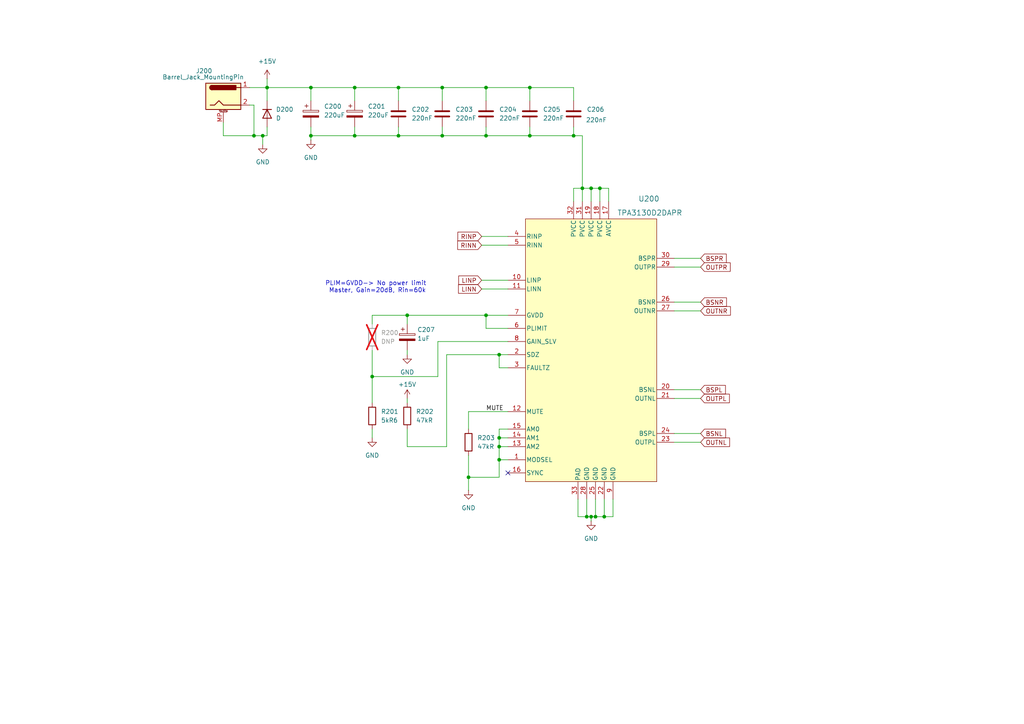
<source format=kicad_sch>
(kicad_sch (version 20231120) (generator "eeschema") (generator_version "8.0")
  (paper "A4")
  (lib_symbols
    (symbol "Connector:Barrel_Jack_MountingPin" (pin_names hide)
      (property "Reference" "J" (at 0 5.334 0))
      (property "Value" "Barrel_Jack_MountingPin" (at 1.27 -6.35 0))
      (symbol "Barrel_Jack_MountingPin_0_1"
        (rectangle (start -5.08 3.81) (end 5.08 -3.81) (stroke (width 0.254)) (fill (type background)))
        (arc (start -3.302 3.175) (mid -3.9343 2.54) (end -3.302 1.905) (stroke (width 0.254)))
        (arc (start -3.302 3.175) (mid -3.9343 2.54) (end -3.302 1.905) (stroke (width 0.254)) (fill (type outline)))
        (polyline (pts (xy 5.08 2.54) (xy 3.81 2.54)) (stroke (width 0.254)))
        (polyline (pts (xy -3.81 -2.54) (xy -2.54 -2.54) (xy -1.27 -1.27) (xy 0 -2.54) (xy 2.54 -2.54) (xy 5.08 -2.54)) (stroke (width 0.254)))
        (rectangle (start 3.683 3.175) (end -3.302 1.905) (stroke (width 0.254)) (fill (type outline)))
      )
      (symbol "Barrel_Jack_MountingPin_1_1"
        (polyline (pts (xy -1.016 -4.572) (xy 1.016 -4.572)) (stroke (width 0.1524)))
        (text "Mounting" (at 0 -4.191 0) (effects (font (size 0.381 0.381))))
        (pin passive line (at 7.62 2.54 180) (length 2.54) (name "~") (number "1"))
        (pin passive line (at 7.62 -2.54 180) (length 2.54) (name "~") (number "2"))
        (pin passive line (at 0 -7.62 90) (length 3.048) (name "MountPin") (number "MP"))
      )
    )
    (symbol "Device:C" (pin_numbers hide) (pin_names (offset 0.254))
      (property "Reference" "C" (at 0.635 2.54 0))
      (property "Value" "C" (at 0.635 -2.54 0))
      (symbol "C_0_1"
        (polyline (pts (xy -2.032 -0.762) (xy 2.032 -0.762)) (stroke (width 0.508)))
        (polyline (pts (xy -2.032 0.762) (xy 2.032 0.762)) (stroke (width 0.508)))
      )
      (symbol "C_1_1"
        (pin passive line (at 0 3.81 270) (length 2.794) (name "~") (number "1"))
        (pin passive line (at 0 -3.81 90) (length 2.794) (name "~") (number "2"))
      )
    )
    (symbol "Device:C_Polarized" (pin_numbers hide) (pin_names (offset 0.254))
      (property "Reference" "C" (at 0.635 2.54 0))
      (property "Value" "C_Polarized" (at 0.635 -2.54 0))
      (symbol "C_Polarized_0_1"
        (rectangle (start -2.286 0.508) (end 2.286 1.016))
        (polyline (pts (xy -1.778 2.286) (xy -0.762 2.286)))
        (polyline (pts (xy -1.27 2.794) (xy -1.27 1.778)))
        (rectangle (start 2.286 -0.508) (end -2.286 -1.016) (fill (type outline)))
      )
      (symbol "C_Polarized_1_1"
        (pin passive line (at 0 3.81 270) (length 2.794) (name "~") (number "1"))
        (pin passive line (at 0 -3.81 90) (length 2.794) (name "~") (number "2"))
      )
    )
    (symbol "Device:D" (pin_numbers hide) (pin_names (offset 1.016) hide)
      (property "Reference" "D" (at 0 2.54 0))
      (property "Value" "D" (at 0 -2.54 0))
      (symbol "D_0_1"
        (polyline (pts (xy -1.27 1.27) (xy -1.27 -1.27)) (stroke (width 0.254)))
        (polyline (pts (xy 1.27 0) (xy -1.27 0)))
        (polyline (pts (xy 1.27 1.27) (xy 1.27 -1.27) (xy -1.27 0) (xy 1.27 1.27)) (stroke (width 0.254)))
      )
      (symbol "D_1_1"
        (pin passive line (at -3.81 0 0) (length 2.54) (name "K") (number "1"))
        (pin passive line (at 3.81 0 180) (length 2.54) (name "A") (number "2"))
      )
    )
    (symbol "Device:R" (pin_numbers hide) (pin_names (offset 0))
      (property "Reference" "R" (at 2.032 0 90))
      (property "Value" "R" (at 0 0 90))
      (symbol "R_0_1"
        (rectangle (start -1.016 -2.54) (end 1.016 2.54) (stroke (width 0.254)))
      )
      (symbol "R_1_1"
        (pin passive line (at 0 3.81 270) (length 1.27) (name "~") (number "1"))
        (pin passive line (at 0 -3.81 90) (length 1.27) (name "~") (number "2"))
      )
    )
    (symbol "power:+15V" (power) (pin_numbers hide) (pin_names (offset 0) hide)
      (property "Value" "+15V" (at 0 3.556 0))
      (symbol "+15V_0_1"
        (polyline (pts (xy -0.762 1.27) (xy 0 2.54)))
        (polyline (pts (xy 0 0) (xy 0 2.54)))
        (polyline (pts (xy 0 2.54) (xy 0.762 1.27)))
      )
      (symbol "+15V_1_1"
        (pin power_in line (at 0 0 90) (length 0) (name "~") (number "1"))
      )
    )
    (symbol "power:GND" (power) (pin_numbers hide) (pin_names (offset 0) hide)
      (property "Value" "GND" (at 0 -3.81 0))
      (symbol "GND_0_1"
        (polyline (pts (xy 0 0) (xy 0 -1.27) (xy 1.27 -1.27) (xy 0 -2.54) (xy -1.27 -1.27) (xy 0 -1.27)))
      )
      (symbol "GND_1_1"
        (pin power_in line (at 0 0 270) (length 0) (name "~") (number "1"))
      )
    )
    (symbol "tpa3130d2_demoboard:TPA3130D2DAPR" (pin_names (offset 0.254))
      (property "Reference" "U" (at 17.78 40.894 0))
      (property "Value" "TPA3130D2DAPR" (at 1.016 -4.826 0))
      (symbol "TPA3130D2DAPR_0_1"
        (pin input line (at -24.13 -31.75 0) (length 5.08) (name "MODSEL") (number "1"))
        (pin input line (at -24.13 20.32 0) (length 5.08) (name "LINP") (number "10"))
        (pin input line (at -24.13 17.78 0) (length 5.08) (name "LINN") (number "11"))
        (pin input line (at -24.13 -17.78 0) (length 5.08) (name "MUTE") (number "12"))
        (pin input line (at -24.13 -27.94 0) (length 5.08) (name "AM2") (number "13"))
        (pin input line (at -24.13 -25.4 0) (length 5.08) (name "AM1") (number "14"))
        (pin input line (at -24.13 -22.86 0) (length 5.08) (name "AM0") (number "15"))
        (pin bidirectional line (at -24.13 -35.56 0) (length 5.08) (name "SYNC") (number "16"))
        (pin power_in line (at 5.08 43.18 270) (length 5.08) (name "AVCC") (number "17"))
        (pin power_in line (at 2.54 43.18 270) (length 5.08) (name "PVCC") (number "18"))
        (pin power_in line (at 0 43.18 270) (length 5.08) (name "PVCC") (number "19"))
        (pin input line (at -24.13 -1.27 0) (length 5.08) (name "SDZ") (number "2"))
        (pin unspecified line (at 24.13 -11.43 180) (length 5.08) (name "BSNL") (number "20"))
        (pin tri_state line (at 24.13 -13.97 180) (length 5.08) (name "OUTNL") (number "21"))
        (pin power_in line (at 3.81 -43.18 90) (length 5.08) (name "GND") (number "22"))
        (pin tri_state line (at 24.13 -26.67 180) (length 5.08) (name "OUTPL") (number "23"))
        (pin unspecified line (at 24.13 -24.13 180) (length 5.08) (name "BSPL") (number "24"))
        (pin power_in line (at 1.27 -43.18 90) (length 5.08) (name "GND") (number "25"))
        (pin unspecified line (at 24.13 13.97 180) (length 5.08) (name "BSNR") (number "26"))
        (pin tri_state line (at 24.13 11.43 180) (length 5.08) (name "OUTNR") (number "27"))
        (pin power_in line (at -1.27 -43.18 90) (length 5.08) (name "GND") (number "28"))
        (pin tri_state line (at 24.13 24.13 180) (length 5.08) (name "OUTPR") (number "29"))
        (pin open_collector line (at -24.13 -5.08 0) (length 5.08) (name "FAULTZ") (number "3"))
        (pin unspecified line (at 24.13 26.67 180) (length 5.08) (name "BSPR") (number "30"))
        (pin power_in line (at -2.54 43.18 270) (length 5.08) (name "PVCC") (number "31"))
        (pin power_in line (at -5.08 43.18 270) (length 5.08) (name "PVCC") (number "32"))
        (pin power_in line (at -3.81 -43.18 90) (length 5.08) (name "PAD") (number "33"))
        (pin input line (at -24.13 33.02 0) (length 5.08) (name "RINP") (number "4"))
        (pin input line (at -24.13 30.48 0) (length 5.08) (name "RINN") (number "5"))
        (pin input line (at -24.13 6.35 0) (length 5.08) (name "PLIMIT") (number "6"))
        (pin unspecified line (at -24.13 10.16 0) (length 5.08) (name "GVDD") (number "7"))
        (pin input line (at -24.13 2.54 0) (length 5.08) (name "GAIN_SLV") (number "8"))
        (pin power_in line (at 6.35 -43.18 90) (length 5.08) (name "GND") (number "9"))
      )
      (symbol "TPA3130D2DAPR_1_1"
        (rectangle (start -19.05 38.1) (end 19.05 -38.1) (fill (type background)))
      )
    )
  )
  (junction (at 73.66 39.37))
  (junction (at 153.67 25.4))
  (junction (at 168.91 54.61))
  (junction (at 140.97 39.37))
  (junction (at 144.78 129.54))
  (junction (at 171.45 54.61))
  (junction (at 118.11 91.44))
  (junction (at 173.99 54.61))
  (junction (at 77.47 25.4))
  (junction (at 140.97 25.4))
  (junction (at 102.87 39.37))
  (junction (at 140.97 91.44))
  (junction (at 144.78 133.35))
  (junction (at 115.57 25.4))
  (junction (at 172.72 149.86))
  (junction (at 135.89 138.43))
  (junction (at 90.17 39.37))
  (junction (at 90.17 25.4))
  (junction (at 144.78 102.87))
  (junction (at 128.27 39.37))
  (junction (at 166.37 39.37))
  (junction (at 144.78 127))
  (junction (at 170.18 149.86))
  (junction (at 102.87 25.4))
  (junction (at 76.2 39.37))
  (junction (at 171.45 149.86))
  (junction (at 115.57 39.37))
  (junction (at 107.95 109.22))
  (junction (at 128.27 25.4))
  (junction (at 153.67 39.37))
  (junction (at 175.26 149.86))
  (no_connect (at 147.32 137.16))
  (wire (pts (xy 175.26 149.86) (xy 172.72 149.86)))
  (wire (pts (xy 147.32 95.25) (xy 140.97 95.25)))
  (wire (pts (xy 172.72 149.86) (xy 171.45 149.86)))
  (wire (pts (xy 167.64 149.86) (xy 170.18 149.86)))
  (wire (pts (xy 107.95 101.6) (xy 107.95 109.22)))
  (wire (pts (xy 170.18 149.86) (xy 171.45 149.86)))
  (wire (pts (xy 128.27 39.37) (xy 140.97 39.37)))
  (wire (pts (xy 144.78 129.54) (xy 147.32 129.54)))
  (wire (pts (xy 73.66 30.48) (xy 72.39 30.48)))
  (wire (pts (xy 168.91 54.61) (xy 168.91 58.42)))
  (wire (pts (xy 115.57 39.37) (xy 115.57 36.83)))
  (wire (pts (xy 127 109.22) (xy 107.95 109.22)))
  (wire (pts (xy 147.32 119.38) (xy 135.89 119.38)))
  (wire (pts (xy 107.95 91.44) (xy 107.95 93.98)))
  (wire (pts (xy 102.87 29.21) (xy 102.87 25.4)))
  (wire (pts (xy 76.2 39.37) (xy 76.2 41.91)))
  (wire (pts (xy 177.8 149.86) (xy 175.26 149.86)))
  (wire (pts (xy 90.17 39.37) (xy 90.17 40.64)))
  (wire (pts (xy 77.47 25.4) (xy 90.17 25.4)))
  (wire (pts (xy 173.99 54.61) (xy 173.99 58.42)))
  (wire (pts (xy 135.89 119.38) (xy 135.89 124.46)))
  (wire (pts (xy 139.7 68.58) (xy 147.32 68.58)))
  (wire (pts (xy 135.89 138.43) (xy 144.78 138.43)))
  (wire (pts (xy 173.99 54.61) (xy 176.53 54.61)))
  (wire (pts (xy 128.27 39.37) (xy 128.27 36.83)))
  (wire (pts (xy 171.45 54.61) (xy 173.99 54.61)))
  (wire (pts (xy 195.58 125.73) (xy 203.2 125.73)))
  (wire (pts (xy 175.26 144.78) (xy 175.26 149.86)))
  (wire (pts (xy 168.91 54.61) (xy 171.45 54.61)))
  (wire (pts (xy 90.17 25.4) (xy 102.87 25.4)))
  (wire (pts (xy 64.77 39.37) (xy 73.66 39.37)))
  (wire (pts (xy 176.53 54.61) (xy 176.53 58.42)))
  (wire (pts (xy 144.78 106.68) (xy 147.32 106.68)))
  (wire (pts (xy 140.97 29.21) (xy 140.97 25.4)))
  (wire (pts (xy 102.87 25.4) (xy 115.57 25.4)))
  (wire (pts (xy 144.78 124.46) (xy 144.78 127)))
  (wire (pts (xy 195.58 128.27) (xy 203.2 128.27)))
  (wire (pts (xy 153.67 29.21) (xy 153.67 25.4)))
  (wire (pts (xy 153.67 39.37) (xy 153.67 36.83)))
  (wire (pts (xy 167.64 144.78) (xy 167.64 149.86)))
  (wire (pts (xy 195.58 74.93) (xy 203.2 74.93)))
  (wire (pts (xy 153.67 39.37) (xy 166.37 39.37)))
  (wire (pts (xy 140.97 39.37) (xy 153.67 39.37)))
  (wire (pts (xy 144.78 127) (xy 147.32 127)))
  (wire (pts (xy 127 99.06) (xy 127 109.22)))
  (wire (pts (xy 90.17 29.21) (xy 90.17 25.4)))
  (wire (pts (xy 77.47 39.37) (xy 77.47 36.83)))
  (wire (pts (xy 168.91 39.37) (xy 166.37 39.37)))
  (wire (pts (xy 140.97 39.37) (xy 140.97 36.83)))
  (wire (pts (xy 195.58 113.03) (xy 203.2 113.03)))
  (wire (pts (xy 140.97 91.44) (xy 147.32 91.44)))
  (wire (pts (xy 64.77 39.37) (xy 64.77 35.56)))
  (wire (pts (xy 139.7 83.82) (xy 147.32 83.82)))
  (wire (pts (xy 144.78 102.87) (xy 129.54 102.87)))
  (wire (pts (xy 177.8 144.78) (xy 177.8 149.86)))
  (wire (pts (xy 139.7 71.12) (xy 147.32 71.12)))
  (wire (pts (xy 166.37 25.4) (xy 153.67 25.4)))
  (wire (pts (xy 118.11 116.84) (xy 118.11 115.57)))
  (wire (pts (xy 76.2 39.37) (xy 77.47 39.37)))
  (wire (pts (xy 171.45 54.61) (xy 171.45 58.42)))
  (wire (pts (xy 118.11 91.44) (xy 107.95 91.44)))
  (wire (pts (xy 170.18 144.78) (xy 170.18 149.86)))
  (wire (pts (xy 171.45 149.86) (xy 171.45 151.13)))
  (wire (pts (xy 118.11 129.54) (xy 118.11 124.46)))
  (wire (pts (xy 77.47 25.4) (xy 77.47 29.21)))
  (wire (pts (xy 172.72 144.78) (xy 172.72 149.86)))
  (wire (pts (xy 166.37 54.61) (xy 166.37 58.42)))
  (wire (pts (xy 76.2 39.37) (xy 73.66 39.37)))
  (wire (pts (xy 118.11 91.44) (xy 140.97 91.44)))
  (wire (pts (xy 107.95 124.46) (xy 107.95 127)))
  (wire (pts (xy 195.58 87.63) (xy 203.2 87.63)))
  (wire (pts (xy 128.27 29.21) (xy 128.27 25.4)))
  (wire (pts (xy 128.27 25.4) (xy 140.97 25.4)))
  (wire (pts (xy 118.11 91.44) (xy 118.11 93.98)))
  (wire (pts (xy 140.97 25.4) (xy 153.67 25.4)))
  (wire (pts (xy 135.89 132.08) (xy 135.89 138.43)))
  (wire (pts (xy 107.95 109.22) (xy 107.95 116.84)))
  (wire (pts (xy 168.91 54.61) (xy 166.37 54.61)))
  (wire (pts (xy 115.57 39.37) (xy 128.27 39.37)))
  (wire (pts (xy 166.37 29.21) (xy 166.37 25.4)))
  (wire (pts (xy 166.37 39.37) (xy 166.37 36.83)))
  (wire (pts (xy 140.97 95.25) (xy 140.97 91.44)))
  (wire (pts (xy 144.78 127) (xy 144.78 129.54)))
  (wire (pts (xy 168.91 39.37) (xy 168.91 54.61)))
  (wire (pts (xy 139.7 81.28) (xy 147.32 81.28)))
  (wire (pts (xy 118.11 101.6) (xy 118.11 102.87)))
  (wire (pts (xy 77.47 22.86) (xy 77.47 25.4)))
  (wire (pts (xy 73.66 30.48) (xy 73.66 39.37)))
  (wire (pts (xy 144.78 133.35) (xy 147.32 133.35)))
  (wire (pts (xy 144.78 129.54) (xy 144.78 133.35)))
  (wire (pts (xy 147.32 124.46) (xy 144.78 124.46)))
  (wire (pts (xy 102.87 39.37) (xy 115.57 39.37)))
  (wire (pts (xy 90.17 39.37) (xy 102.87 39.37)))
  (wire (pts (xy 195.58 77.47) (xy 203.2 77.47)))
  (wire (pts (xy 115.57 25.4) (xy 128.27 25.4)))
  (wire (pts (xy 195.58 115.57) (xy 203.2 115.57)))
  (wire (pts (xy 147.32 99.06) (xy 127 99.06)))
  (wire (pts (xy 144.78 133.35) (xy 144.78 138.43)))
  (wire (pts (xy 102.87 39.37) (xy 102.87 36.83)))
  (wire (pts (xy 147.32 102.87) (xy 144.78 102.87)))
  (wire (pts (xy 135.89 138.43) (xy 135.89 142.24)))
  (wire (pts (xy 144.78 102.87) (xy 144.78 106.68)))
  (wire (pts (xy 115.57 29.21) (xy 115.57 25.4)))
  (wire (pts (xy 72.39 25.4) (xy 77.47 25.4)))
  (wire (pts (xy 195.58 90.17) (xy 203.2 90.17)))
  (wire (pts (xy 90.17 36.83) (xy 90.17 39.37)))
  (wire (pts (xy 129.54 102.87) (xy 129.54 129.54)))
  (wire (pts (xy 129.54 129.54) (xy 118.11 129.54)))
  (text "PLIM=GVDD-> No power limit \nMaster, Gain=20dB, Rin=60k" (at 109.474 83.312 0) (effects (font (size 1.27 1.27))))
  (label "MUTE" (at 140.97 119.38 0))
  (global_label "LINN" (shape input) (at 139.7 83.82 180) (property "Intersheetrefs" "${INTERSHEET_REFS}" (effects (hide yes))))
  (global_label "BSNR" (shape input) (at 203.2 87.63 0) (property "Intersheetrefs" "${INTERSHEET_REFS}" (effects (hide yes))))
  (global_label "RINP" (shape input) (at 139.7 68.58 180) (property "Intersheetrefs" "${INTERSHEET_REFS}" (effects (hide yes))))
  (global_label "LINP" (shape input) (at 139.7 81.28 180) (property "Intersheetrefs" "${INTERSHEET_REFS}" (effects (hide yes))))
  (global_label "BSPL" (shape input) (at 203.2 113.03 0) (property "Intersheetrefs" "${INTERSHEET_REFS}" (effects (hide yes))))
  (global_label "BSPR" (shape input) (at 203.2 74.93 0) (property "Intersheetrefs" "${INTERSHEET_REFS}" (effects (hide yes))))
  (global_label "BSNL" (shape input) (at 203.2 125.73 0) (property "Intersheetrefs" "${INTERSHEET_REFS}" (effects (hide yes))))
  (global_label "OUTPL" (shape input) (at 203.2 115.57 0) (property "Intersheetrefs" "${INTERSHEET_REFS}" (effects (hide yes))))
  (global_label "OUTNR" (shape input) (at 203.2 90.17 0) (property "Intersheetrefs" "${INTERSHEET_REFS}" (effects (hide yes))))
  (global_label "OUTNL" (shape input) (at 203.2 128.27 0) (property "Intersheetrefs" "${INTERSHEET_REFS}" (effects (hide yes))))
  (global_label "OUTPR" (shape input) (at 203.2 77.47 0) (property "Intersheetrefs" "${INTERSHEET_REFS}" (effects (hide yes))))
  (global_label "RINN" (shape input) (at 139.7 71.12 180) (property "Intersheetrefs" "${INTERSHEET_REFS}" (effects (hide yes))))
  (symbol (lib_id "Device:C") (at 115.57 33.02 0) (unit 1)
    (property "Reference" "C202" (at 119.38 31.7499 0) (effects (justify left)))
    (property "Value" "220nF" (at 119.38 34.2899 0) (effects (justify left)))
    (property "Footprint" "Capacitor_SMD:C_0603_1608Metric" (effects (hide yes)))
    (property "Description" "Unpolarized capacitor" (effects (hide yes)))
    (property "Manufacturer" "Samsung Electro-Mechanics" (effects (hide yes)))
    (property "Part Number" "CL10B224KA8NNNC" (effects (hide yes)))
  )
  (symbol (lib_id "power:GND") (at 118.11 102.87 0) (mirror y) (unit 1)
    (property "Reference" "#PWR012" (effects (hide yes)))
    (property "Value" "GND" (at 118.11 107.95 0))
    (property "Description" "Power symbol creates a global label with name \"GND\" , ground" (effects (hide yes)))
  )
  (symbol (lib_id "Device:C") (at 166.37 33.02 0) (unit 1)
    (property "Reference" "C206" (at 170.18 31.7499 0) (effects (justify left)))
    (property "Value" "220nF" (at 169.926 34.798 0) (effects (justify left)))
    (property "Footprint" "Capacitor_SMD:C_0603_1608Metric" (effects (hide yes)))
    (property "Description" "Unpolarized capacitor" (effects (hide yes)))
    (property "Manufacturer" "Samsung Electro-Mechanics" (effects (hide yes)))
    (property "Part Number" "CL10B224KA8NNNC" (effects (hide yes)))
  )
  (symbol (lib_id "Device:C_Polarized") (at 90.17 33.02 0) (unit 1)
    (property "Reference" "C200" (at 93.98 30.8609 0) (effects (justify left)))
    (property "Value" "220uF" (at 93.98 33.4009 0) (effects (justify left)))
    (property "Footprint" "Capacitor_THT:CP_Radial_D6.3mm_P2.50mm" (effects (hide yes)))
    (property "Description" "Polarized capacitor" (effects (hide yes)))
    (property "Manufacturer" "Rubycon" (effects (hide yes)))
    (property "Part Number" "25YXJ220M6.3X11" (effects (hide yes)))
  )
  (symbol (lib_id "power:+15V") (at 118.11 115.57 0) (unit 1)
    (property "Reference" "#PWR014" (effects (hide yes)))
    (property "Value" "+15V" (at 118.11 111.506 0))
    (property "Description" "Power symbol creates a global label with name \"+15V\"" (effects (hide yes)))
  )
  (symbol (lib_id "Device:D") (at 77.47 33.02 270) (unit 1)
    (property "Reference" "D200" (at 80.01 31.7499 90) (effects (justify left)))
    (property "Value" "D" (at 80.01 34.2899 90) (effects (justify left)))
    (property "Footprint" "Diode_SMD:D_PowerDI-123" (effects (hide yes)))
    (property "Description" "Diode" (effects (hide yes)))
    (property "Sim.Device" "D" (effects (hide yes)))
    (property "Sim.Pins" "1=K 2=A" (effects (hide yes)))
    (property "Manufacturer" "Diodes Incorporated" (effects (hide yes)))
    (property "Part Number" "SBR3M30P1-7" (effects (hide yes)))
  )
  (symbol (lib_id "power:GND") (at 76.2 41.91 0) (mirror y) (unit 1)
    (property "Reference" "#PWR04" (effects (hide yes)))
    (property "Value" "GND" (at 76.2 46.99 0))
    (property "Description" "Power symbol creates a global label with name \"GND\" , ground" (effects (hide yes)))
  )
  (symbol (lib_id "Device:C_Polarized") (at 102.87 33.02 0) (unit 1)
    (property "Reference" "C201" (at 106.68 30.8609 0) (effects (justify left)))
    (property "Value" "220uF" (at 106.68 33.4009 0) (effects (justify left)))
    (property "Footprint" "Capacitor_THT:CP_Radial_D6.3mm_P2.50mm" (effects (hide yes)))
    (property "Description" "Polarized capacitor" (effects (hide yes)))
    (property "Manufacturer" "Rubycon" (effects (hide yes)))
    (property "Part Number" "25YXJ220M6.3X11" (effects (hide yes)))
  )
  (symbol (lib_id "power:GND") (at 171.45 151.13 0) (mirror y) (unit 1)
    (property "Reference" "#PWR09" (effects (hide yes)))
    (property "Value" "GND" (at 171.45 156.21 0))
    (property "Description" "Power symbol creates a global label with name \"GND\" , ground" (effects (hide yes)))
  )
  (symbol (lib_id "Device:C") (at 153.67 33.02 0) (unit 1)
    (property "Reference" "C205" (at 157.48 31.7499 0) (effects (justify left)))
    (property "Value" "220nF" (at 157.48 34.2899 0) (effects (justify left)))
    (property "Footprint" "Capacitor_SMD:C_0603_1608Metric" (effects (hide yes)))
    (property "Description" "Unpolarized capacitor" (effects (hide yes)))
    (property "Manufacturer" "Samsung Electro-Mechanics" (effects (hide yes)))
    (property "Part Number" "CL10B224KA8NNNC" (effects (hide yes)))
  )
  (symbol (lib_id "Device:R") (at 135.89 128.27 0) (unit 1)
    (property "Reference" "R203" (at 138.43 126.9999 0) (effects (justify left)))
    (property "Value" "47kR" (at 138.43 129.5399 0) (effects (justify left)))
    (property "Footprint" "Resistor_SMD:R_0603_1608Metric" (effects (hide yes)))
    (property "Description" "Resistor" (effects (hide yes)))
    (property "Manufacturer" "UNI-ROYAL(Uniroyal Elec)" (effects (hide yes)))
    (property "Part Number" "0603WAJ0473T5E" (effects (hide yes)))
  )
  (symbol (lib_id "tpa3130d2_demoboard:TPA3130D2DAPR") (at 171.45 101.6 0) (unit 1)
    (property "Reference" "U200" (at 188.214 57.658 0) (effects (font (size 1.524 1.524))))
    (property "Value" "TPA3130D2DAPR" (at 188.468 61.722 0) (effects (font (size 1.524 1.524))))
    (property "Footprint" "tpa3130d2_demoboard:TPA3130D2DAPR_M" (effects (hide yes)))
    (property "Datasheet" "TPA3130D2DAPR" (effects (hide yes)))
    (property "Manufacturer" "Texas Instruments" (effects (hide yes)))
    (property "Part Number" "TPA3130D2DAPR" (effects (hide yes)))
  )
  (symbol (lib_id "power:GND") (at 90.17 40.64 0) (mirror y) (unit 1)
    (property "Reference" "#PWR06" (effects (hide yes)))
    (property "Value" "GND" (at 90.17 45.72 0))
    (property "Description" "Power symbol creates a global label with name \"GND\" , ground" (effects (hide yes)))
  )
  (symbol (lib_id "power:GND") (at 107.95 127 0) (mirror y) (unit 1)
    (property "Reference" "#PWR013" (effects (hide yes)))
    (property "Value" "GND" (at 107.95 132.08 0))
    (property "Description" "Power symbol creates a global label with name \"GND\" , ground" (effects (hide yes)))
  )
  (symbol (lib_id "Device:C_Polarized") (at 118.11 97.79 0) (unit 1)
    (property "Reference" "C207" (at 121.0347 95.6309 0) (effects (justify left)))
    (property "Value" "1uF" (at 121.0347 98.1709 0) (effects (justify left)))
    (property "Footprint" "Capacitor_Tantalum_SMD:CP_EIA-3216-18_Kemet-A" (effects (hide yes)))
    (property "Description" "Polarized capacitor" (effects (hide yes)))
    (property "Manufacturer" "Kyocera AVX" (effects (hide yes)))
    (property "Part Number" "TAJA105K035RNJ" (effects (hide yes)))
  )
  (symbol (lib_id "Device:C") (at 128.27 33.02 0) (unit 1)
    (property "Reference" "C203" (at 132.08 31.7499 0) (effects (justify left)))
    (property "Value" "220nF" (at 132.08 34.2899 0) (effects (justify left)))
    (property "Footprint" "Capacitor_SMD:C_0603_1608Metric" (effects (hide yes)))
    (property "Description" "Unpolarized capacitor" (effects (hide yes)))
    (property "Manufacturer" "Samsung Electro-Mechanics" (effects (hide yes)))
    (property "Part Number" "CL10B224KA8NNNC" (effects (hide yes)))
  )
  (symbol (lib_id "Device:R") (at 107.95 120.65 0) (unit 1)
    (property "Reference" "R201" (at 110.49 119.3799 0) (effects (justify left)))
    (property "Value" "5kR6" (at 110.49 121.9199 0) (effects (justify left)))
    (property "Footprint" "Resistor_SMD:R_0603_1608Metric" (effects (hide yes)))
    (property "Description" "Resistor" (effects (hide yes)))
    (property "Manufacturer" "UNI-ROYAL(Uniroyal Elec)" (effects (hide yes)))
    (property "Part Number" "0603WAF5601T5E" (effects (hide yes)))
  )
  (symbol (lib_id "power:+15V") (at 77.47 22.86 0) (unit 1)
    (property "Reference" "#PWR05" (effects (hide yes)))
    (property "Value" "+15V" (at 77.47 17.78 0))
    (property "Description" "Power symbol creates a global label with name \"+15V\"" (effects (hide yes)))
  )
  (symbol (lib_id "Device:C") (at 140.97 33.02 0) (unit 1)
    (property "Reference" "C204" (at 144.78 31.7499 0) (effects (justify left)))
    (property "Value" "220nF" (at 144.78 34.2899 0) (effects (justify left)))
    (property "Footprint" "Capacitor_SMD:C_0603_1608Metric" (effects (hide yes)))
    (property "Description" "Unpolarized capacitor" (effects (hide yes)))
    (property "Manufacturer" "Samsung Electro-Mechanics" (effects (hide yes)))
    (property "Part Number" "CL10B224KA8NNNC" (effects (hide yes)))
  )
  (symbol (lib_id "Device:R") (at 118.11 120.65 0) (unit 1)
    (property "Reference" "R202" (at 120.65 119.3799 0) (effects (justify left)))
    (property "Value" "47kR" (at 120.65 121.9199 0) (effects (justify left)))
    (property "Footprint" "Resistor_SMD:R_0603_1608Metric" (effects (hide yes)))
    (property "Description" "Resistor" (effects (hide yes)))
    (property "Manufacturer" "UNI-ROYAL(Uniroyal Elec)" (effects (hide yes)))
    (property "Part Number" "0603WAJ0473T5E" (effects (hide yes)))
  )
  (symbol (lib_id "Device:R") (at 107.95 97.79 0) (unit 1) (dnp yes)
    (property "Reference" "R200" (at 110.49 96.5199 0) (effects (justify left)))
    (property "Value" "DNP" (at 110.49 99.0599 0) (effects (justify left)))
    (property "Footprint" "Resistor_SMD:R_0603_1608Metric" (effects (hide yes)))
    (property "Description" "Resistor" (effects (hide yes)))
  )
  (symbol (lib_id "power:GND") (at 135.89 142.24 0) (mirror y) (unit 1)
    (property "Reference" "#PWR015" (effects (hide yes)))
    (property "Value" "GND" (at 135.89 147.32 0))
    (property "Description" "Power symbol creates a global label with name \"GND\" , ground" (effects (hide yes)))
  )
  (symbol (lib_id "Connector:Barrel_Jack_MountingPin") (at 64.77 27.94 0) (unit 1)
    (property "Reference" "J200" (at 59.182 20.574 0))
    (property "Value" "Barrel_Jack_MountingPin" (at 58.928 22.352 0))
    (property "Footprint" "Connector_BarrelJack:BarrelJack_GCT_DCJ200-10-A_Horizontal" (effects (hide yes)))
    (property "Description" "DC Barrel Jack with a mounting pin" (effects (hide yes)))
    (property "Manufacturer" "XUNPU" (effects (hide yes)))
    (property "Part Number" "DC-005-A200" (effects (hide yes)))
  )
)
</source>
